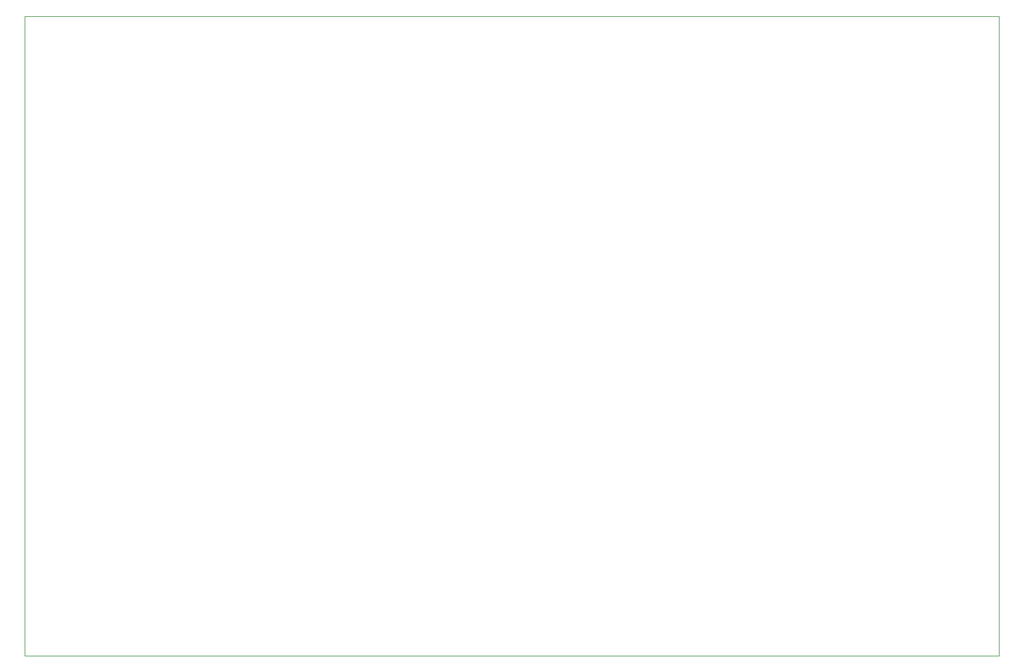
<source format=gm1>
G04 #@! TF.GenerationSoftware,KiCad,Pcbnew,8.0.8*
G04 #@! TF.CreationDate,2025-02-15T21:21:22+01:00*
G04 #@! TF.ProjectId,stepperpcb,73746570-7065-4727-9063-622e6b696361,rev?*
G04 #@! TF.SameCoordinates,Original*
G04 #@! TF.FileFunction,Profile,NP*
%FSLAX46Y46*%
G04 Gerber Fmt 4.6, Leading zero omitted, Abs format (unit mm)*
G04 Created by KiCad (PCBNEW 8.0.8) date 2025-02-15 21:21:22*
%MOMM*%
%LPD*%
G01*
G04 APERTURE LIST*
G04 #@! TA.AperFunction,Profile*
%ADD10C,0.050000*%
G04 #@! TD*
G04 APERTURE END LIST*
D10*
X76088400Y-27897100D02*
X213146800Y-27897100D01*
X213146800Y-117863900D01*
X76088400Y-117863900D01*
X76088400Y-27897100D01*
M02*

</source>
